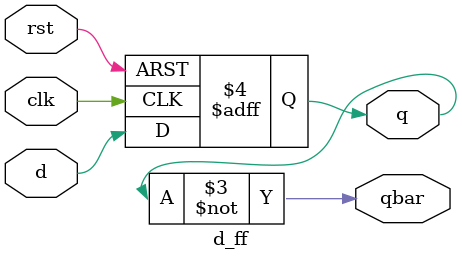
<source format=v>
module d_ff(d,clk,rst,q,qbar);
input d,clk,rst;
output reg q,qbar;
always @ (posedge clk or posedge rst)
begin
if (rst)
q <= 1'b0;
else
q <= d;
end
always @ (q)
qbar <= ~q;
endmodule

</source>
